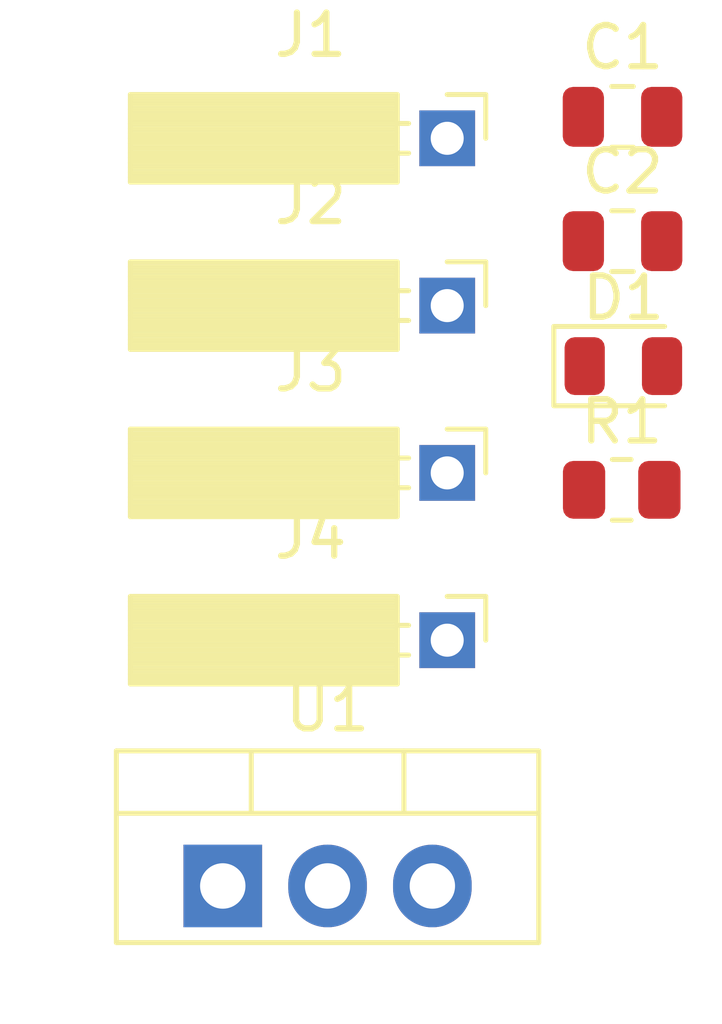
<source format=kicad_pcb>
(kicad_pcb (version 20240108) (generator "pcbnew") (generator_version "8.0")
  (layers (0 "F.Cu" signal) (31 "B.Cu" signal) (34 "B.Paste" user) (35 "F.Paste" user) (36 "B.SilkS" user "B.Silkscreen") (37 "F.SilkS" user "F.Silkscreen") (38 "B.Mask" user) (39 "F.Mask" user) (44 "Edge.Cuts" user))
  (net 0 "")
  (net 1 "GND")
  (net 4 "9V")
  (net 5 "5V")
  (footprint "Connector_PinSocket_2.00mm:PinSocket_1x01_P2.00mm_Horizontal" (layer "F.Cu") (at 145.86 108.95)
    (property "Reference" "J2" (at -3.31 -2.5 0) (layer "F.SilkS"))
    (property "Value" "Conn_01x01_Socket")
    (fp_line (start -7.68 -1.06) (end -7.68 1.06) (stroke (width 0.12)) (layer "F.SilkS"))
    (fp_line (start -7.68 -1.06) (end -1.21 -1.06) (stroke (width 0.12)) (layer "F.SilkS"))
    (fp_line (start -7.68 -0.94) (end -1.21 -0.94) (stroke (width 0.12)) (layer "F.SilkS"))
    (fp_line (start -7.68 -0.822353) (end -1.21 -0.822353) (stroke (width 0.12)) (layer "F.SilkS"))
    (fp_line (start -7.68 -0.704706) (end -1.21 -0.704706) (stroke (width 0.12)) (layer "F.SilkS"))
    (fp_line (start -7.68 -0.587059) (end -1.21 -0.587059) (stroke (width 0.12)) (layer "F.SilkS"))
    (fp_line (start -7.68 -0.469412) (end -1.21 -0.469412) (stroke (width 0.12)) (layer "F.SilkS"))
    (fp_line (start -7.68 -0.351765) (end -1.21 -0.351765) (stroke (width 0.12)) (layer "F.SilkS"))
    (fp_line (start -7.68 -0.234118) (end -1.21 -0.234118) (stroke (width 0.12)) (layer "F.SilkS"))
    (fp_line (start -7.68 -0.116471) (end -1.21 -0.116471) (stroke (width 0.12)) (layer "F.SilkS"))
    (fp_line (start -7.68 0.001176) (end -1.21 0.001176) (stroke (width 0.12)) (layer "F.SilkS"))
    (fp_line (start -7.68 0.118823) (end -1.21 0.118823) (stroke (width 0.12)) (layer "F.SilkS"))
    (fp_line (start -7.68 0.23647) (end -1.21 0.23647) (stroke (width 0.12)) (layer "F.SilkS"))
    (fp_line (start -7.68 0.354117) (end -1.21 0.354117) (stroke (width 0.12)) (layer "F.SilkS"))
    (fp_line (start -7.68 0.471764) (end -1.21 0.471764) (stroke (width 0.12)) (layer "F.SilkS"))
    (fp_line (start -7.68 0.589411) (end -1.21 0.589411) (stroke (width 0.12)) (layer "F.SilkS"))
    (fp_line (start -7.68 0.707058) (end -1.21 0.707058) (stroke (width 0.12)) (layer "F.SilkS"))
    (fp_line (start -7.68 0.824705) (end -1.21 0.824705) (stroke (width 0.12)) (layer "F.SilkS"))
    (fp_line (start -7.68 0.942352) (end -1.21 0.942352) (stroke (width 0.12)) (layer "F.SilkS"))
    (fp_line (start -7.68 1.06) (end -1.21 1.06) (stroke (width 0.12)) (layer "F.SilkS"))
    (fp_line (start -1.21 -1.06) (end -1.21 1.06) (stroke (width 0.12)) (layer "F.SilkS"))
    (fp_line (start -1.21 -0.36) (end -0.935 -0.36) (stroke (width 0.12)) (layer "F.SilkS"))
    (fp_line (start -1.21 0.36) (end -0.935 0.36) (stroke (width 0.12)) (layer "F.SilkS"))
    (fp_line (start 0 -1.06) (end 0.935 -1.06) (stroke (width 0.12)) (layer "F.SilkS"))
    (fp_line (start 0.935 -1.06) (end 0.935 0) (stroke (width 0.12)) (layer "F.SilkS"))
    (pad "1" thru_hole rect (at 0 0) (size 1.35 1.35) (drill 0.8) (layers "*.Cu" "*.Mask") (net 1 "GND"))
  )
  (footprint "Package_TO_SOT_THT:TO-220-3_Vertical" (layer "F.Cu") (at 140.42 123)
    (property "Reference" "U1" (at 2.54 -4.27 0) (layer "F.SilkS"))
    (property "Value" "L7805")
    (fp_line (start -2.58 -3.27) (end -2.58 1.371) (stroke (width 0.12)) (layer "F.SilkS"))
    (fp_line (start -2.58 -3.27) (end 7.66 -3.27) (stroke (width 0.12)) (layer "F.SilkS"))
    (fp_line (start -2.58 -1.76) (end 7.66 -1.76) (stroke (width 0.12)) (layer "F.SilkS"))
    (fp_line (start -2.58 1.371) (end 7.66 1.371) (stroke (width 0.12)) (layer "F.SilkS"))
    (fp_line (start 0.69 -3.27) (end 0.69 -1.76) (stroke (width 0.12)) (layer "F.SilkS"))
    (fp_line (start 4.391 -3.27) (end 4.391 -1.76) (stroke (width 0.12)) (layer "F.SilkS"))
    (fp_line (start 7.66 -3.27) (end 7.66 1.371) (stroke (width 0.12)) (layer "F.SilkS"))
    (pad "1" thru_hole rect (at 0 0) (size 1.905 2) (drill 1.1) (layers "*.Cu" "*.Mask") (net 4 "9V"))
    (pad "2" thru_hole oval (at 2.54 0) (size 1.905 2) (drill 1.1) (layers "*.Cu" "*.Mask") (net 1 "GND"))
    (pad "3" thru_hole oval (at 5.08 0) (size 1.905 2) (drill 1.1) (layers "*.Cu" "*.Mask") (net 5 "5V"))
  )
  (footprint "Connector_PinSocket_2.00mm:PinSocket_1x01_P2.00mm_Horizontal" (layer "F.Cu") (at 145.86 104.9)
    (property "Reference" "J1" (at -3.31 -2.5 0) (layer "F.SilkS"))
    (property "Value" "Conn_01x01_Socket")
    (fp_line (start -7.68 -1.06) (end -7.68 1.06) (stroke (width 0.12)) (layer "F.SilkS"))
    (fp_line (start -7.68 -1.06) (end -1.21 -1.06) (stroke (width 0.12)) (layer "F.SilkS"))
    (fp_line (start -7.68 -0.94) (end -1.21 -0.94) (stroke (width 0.12)) (layer "F.SilkS"))
    (fp_line (start -7.68 -0.822353) (end -1.21 -0.822353) (stroke (width 0.12)) (layer "F.SilkS"))
    (fp_line (start -7.68 -0.704706) (end -1.21 -0.704706) (stroke (width 0.12)) (layer "F.SilkS"))
    (fp_line (start -7.68 -0.587059) (end -1.21 -0.587059) (stroke (width 0.12)) (layer "F.SilkS"))
    (fp_line (start -7.68 -0.469412) (end -1.21 -0.469412) (stroke (width 0.12)) (layer "F.SilkS"))
    (fp_line (start -7.68 -0.351765) (end -1.21 -0.351765) (stroke (width 0.12)) (layer "F.SilkS"))
    (fp_line (start -7.68 -0.234118) (end -1.21 -0.234118) (stroke (width 0.12)) (layer "F.SilkS"))
    (fp_line (start -7.68 -0.116471) (end -1.21 -0.116471) (stroke (width 0.12)) (layer "F.SilkS"))
    (fp_line (start -7.68 0.001176) (end -1.21 0.001176) (stroke (width 0.12)) (layer "F.SilkS"))
    (fp_line (start -7.68 0.118823) (end -1.21 0.118823) (stroke (width 0.12)) (layer "F.SilkS"))
    (fp_line (start -7.68 0.23647) (end -1.21 0.23647) (stroke (width 0.12)) (layer "F.SilkS"))
    (fp_line (start -7.68 0.354117) (end -1.21 0.354117) (stroke (width 0.12)) (layer "F.SilkS"))
    (fp_line (start -7.68 0.471764) (end -1.21 0.471764) (stroke (width 0.12)) (layer "F.SilkS"))
    (fp_line (start -7.68 0.589411) (end -1.21 0.589411) (stroke (width 0.12)) (layer "F.SilkS"))
    (fp_line (start -7.68 0.707058) (end -1.21 0.707058) (stroke (width 0.12)) (layer "F.SilkS"))
    (fp_line (start -7.68 0.824705) (end -1.21 0.824705) (stroke (width 0.12)) (layer "F.SilkS"))
    (fp_line (start -7.68 0.942352) (end -1.21 0.942352) (stroke (width 0.12)) (layer "F.SilkS"))
    (fp_line (start -7.68 1.06) (end -1.21 1.06) (stroke (width 0.12)) (layer "F.SilkS"))
    (fp_line (start -1.21 -1.06) (end -1.21 1.06) (stroke (width 0.12)) (layer "F.SilkS"))
    (fp_line (start -1.21 -0.36) (end -0.935 -0.36) (stroke (width 0.12)) (layer "F.SilkS"))
    (fp_line (start -1.21 0.36) (end -0.935 0.36) (stroke (width 0.12)) (layer "F.SilkS"))
    (fp_line (start 0 -1.06) (end 0.935 -1.06) (stroke (width 0.12)) (layer "F.SilkS"))
    (fp_line (start 0.935 -1.06) (end 0.935 0) (stroke (width 0.12)) (layer "F.SilkS"))
    (pad "1" thru_hole rect (at 0 0) (size 1.35 1.35) (drill 0.8) (layers "*.Cu" "*.Mask") (net 4 "9V"))
  )
  (footprint "Capacitor_SMD:C_0805_2012Metric" (layer "F.Cu") (at 150.11 104.38)
    (property "Reference" "C1" (at 0 -1.68 0) (layer "F.SilkS"))
    (property "Value" "100nF")
    (fp_line (start -0.261252 -0.735) (end 0.261252 -0.735) (stroke (width 0.12)) (layer "F.SilkS"))
    (fp_line (start -0.261252 0.735) (end 0.261252 0.735) (stroke (width 0.12)) (layer "F.SilkS"))
    (pad "1" smd roundrect (at -0.95 0) (size 1 1.45) (layers "F.Cu" "F.Paste" "F.Mask") (net 4 "9V"))
    (pad "2" smd roundrect (at 0.95 0) (size 1 1.45) (layers "F.Cu" "F.Paste" "F.Mask") (net 1 "GND"))
  )
  (footprint "Capacitor_SMD:C_0805_2012Metric" (layer "F.Cu") (at 150.11 107.39)
    (property "Reference" "C2" (at 0 -1.68 0) (layer "F.SilkS"))
    (property "Value" "100nF")
    (fp_line (start -0.261252 -0.735) (end 0.261252 -0.735) (stroke (width 0.12)) (layer "F.SilkS"))
    (fp_line (start -0.261252 0.735) (end 0.261252 0.735) (stroke (width 0.12)) (layer "F.SilkS"))
    (pad "1" smd roundrect (at -0.95 0) (size 1 1.45) (layers "F.Cu" "F.Paste" "F.Mask") (net 5 "5V"))
    (pad "2" smd roundrect (at 0.95 0) (size 1 1.45) (layers "F.Cu" "F.Paste" "F.Mask") (net 1 "GND"))
  )
  (footprint "LED_SMD:LED_0805_2012Metric" (layer "F.Cu") (at 150.13 110.415)
    (property "Reference" "D1" (at 0 -1.65 0) (layer "F.SilkS"))
    (property "Value" "LED")
    (fp_line (start -1.685 -0.96) (end -1.685 0.96) (stroke (width 0.12)) (layer "F.SilkS"))
    (fp_line (start -1.685 0.96) (end 1 0.96) (stroke (width 0.12)) (layer "F.SilkS"))
    (fp_line (start 1 -0.96) (end -1.685 -0.96) (stroke (width 0.12)) (layer "F.SilkS"))
    (pad "1" smd roundrect (at -0.9375 0) (size 0.975 1.4) (layers "F.Cu" "F.Paste" "F.Mask") (net 1 "GND"))
    (pad "2" smd roundrect (at 0.9375 0) (size 0.975 1.4) (layers "F.Cu" "F.Paste" "F.Mask"))
  )
  (footprint "Connector_PinSocket_2.00mm:PinSocket_1x01_P2.00mm_Horizontal" (layer "F.Cu") (at 145.86 113)
    (property "Reference" "J3" (at -3.31 -2.5 0) (layer "F.SilkS"))
    (property "Value" "Conn_01x01_Socket")
    (fp_line (start -7.68 -1.06) (end -7.68 1.06) (stroke (width 0.12)) (layer "F.SilkS"))
    (fp_line (start -7.68 -1.06) (end -1.21 -1.06) (stroke (width 0.12)) (layer "F.SilkS"))
    (fp_line (start -7.68 -0.94) (end -1.21 -0.94) (stroke (width 0.12)) (layer "F.SilkS"))
    (fp_line (start -7.68 -0.822353) (end -1.21 -0.822353) (stroke (width 0.12)) (layer "F.SilkS"))
    (fp_line (start -7.68 -0.704706) (end -1.21 -0.704706) (stroke (width 0.12)) (layer "F.SilkS"))
    (fp_line (start -7.68 -0.587059) (end -1.21 -0.587059) (stroke (width 0.12)) (layer "F.SilkS"))
    (fp_line (start -7.68 -0.469412) (end -1.21 -0.469412) (stroke (width 0.12)) (layer "F.SilkS"))
    (fp_line (start -7.68 -0.351765) (end -1.21 -0.351765) (stroke (width 0.12)) (layer "F.SilkS"))
    (fp_line (start -7.68 -0.234118) (end -1.21 -0.234118) (stroke (width 0.12)) (layer "F.SilkS"))
    (fp_line (start -7.68 -0.116471) (end -1.21 -0.116471) (stroke (width 0.12)) (layer "F.SilkS"))
    (fp_line (start -7.68 0.001176) (end -1.21 0.001176) (stroke (width 0.12)) (layer "F.SilkS"))
    (fp_line (start -7.68 0.118823) (end -1.21 0.118823) (stroke (width 0.12)) (layer "F.SilkS"))
    (fp_line (start -7.68 0.23647) (end -1.21 0.23647) (stroke (width 0.12)) (layer "F.SilkS"))
    (fp_line (start -7.68 0.354117) (end -1.21 0.354117) (stroke (width 0.12)) (layer "F.SilkS"))
    (fp_line (start -7.68 0.471764) (end -1.21 0.471764) (stroke (width 0.12)) (layer "F.SilkS"))
    (fp_line (start -7.68 0.589411) (end -1.21 0.589411) (stroke (width 0.12)) (layer "F.SilkS"))
    (fp_line (start -7.68 0.707058) (end -1.21 0.707058) (stroke (width 0.12)) (layer "F.SilkS"))
    (fp_line (start -7.68 0.824705) (end -1.21 0.824705) (stroke (width 0.12)) (layer "F.SilkS"))
    (fp_line (start -7.68 0.942352) (end -1.21 0.942352) (stroke (width 0.12)) (layer "F.SilkS"))
    (fp_line (start -7.68 1.06) (end -1.21 1.06) (stroke (width 0.12)) (layer "F.SilkS"))
    (fp_line (start -1.21 -1.06) (end -1.21 1.06) (stroke (width 0.12)) (layer "F.SilkS"))
    (fp_line (start -1.21 -0.36) (end -0.935 -0.36) (stroke (width 0.12)) (layer "F.SilkS"))
    (fp_line (start -1.21 0.36) (end -0.935 0.36) (stroke (width 0.12)) (layer "F.SilkS"))
    (fp_line (start 0 -1.06) (end 0.935 -1.06) (stroke (width 0.12)) (layer "F.SilkS"))
    (fp_line (start 0.935 -1.06) (end 0.935 0) (stroke (width 0.12)) (layer "F.SilkS"))
    (pad "1" thru_hole rect (at 0 0) (size 1.35 1.35) (drill 0.8) (layers "*.Cu" "*.Mask") (net 5 "5V"))
  )
  (footprint "Resistor_SMD:R_0805_2012Metric" (layer "F.Cu") (at 150.09 113.41)
    (property "Reference" "R1" (at 0 -1.65 0) (layer "F.SilkS"))
    (property "Value" "R")
    (fp_line (start -0.227064 -0.735) (end 0.227064 -0.735) (stroke (width 0.12)) (layer "F.SilkS"))
    (fp_line (start -0.227064 0.735) (end 0.227064 0.735) (stroke (width 0.12)) (layer "F.SilkS"))
    (pad "1" smd roundrect (at -0.9125 0) (size 1.025 1.4) (layers "F.Cu" "F.Paste" "F.Mask") (roundrect_rratio 0.243902) (net 5 "5V"))
    (pad "2" smd roundrect (at 0.9125 0) (size 1.025 1.4) (layers "F.Cu" "F.Paste" "F.Mask") (roundrect_rratio 0.243902))
  )
  (footprint "Connector_PinSocket_2.00mm:PinSocket_1x01_P2.00mm_Horizontal" (layer "F.Cu") (at 145.86 117.05)
    (property "Reference" "J4" (at -3.31 -2.5 0) (layer "F.SilkS"))
    (property "Value" "Conn_01x01_Socket")
    (fp_line (start -7.68 -1.06) (end -7.68 1.06) (stroke (width 0.12)) (layer "F.SilkS"))
    (fp_line (start -7.68 -1.06) (end -1.21 -1.06) (stroke (width 0.12)) (layer "F.SilkS"))
    (fp_line (start -7.68 -0.94) (end -1.21 -0.94) (stroke (width 0.12)) (layer "F.SilkS"))
    (fp_line (start -7.68 -0.822353) (end -1.21 -0.822353) (stroke (width 0.12)) (layer "F.SilkS"))
    (fp_line (start -7.68 -0.704706) (end -1.21 -0.704706) (stroke (width 0.12)) (layer "F.SilkS"))
    (fp_line (start -7.68 -0.587059) (end -1.21 -0.587059) (stroke (width 0.12)) (layer "F.SilkS"))
    (fp_line (start -7.68 -0.469412) (end -1.21 -0.469412) (stroke (width 0.12)) (layer "F.SilkS"))
    (fp_line (start -7.68 -0.351765) (end -1.21 -0.351765) (stroke (width 0.12)) (layer "F.SilkS"))
    (fp_line (start -7.68 -0.234118) (end -1.21 -0.234118) (stroke (width 0.12)) (layer "F.SilkS"))
    (fp_line (start -7.68 -0.116471) (end -1.21 -0.116471) (stroke (width 0.12)) (layer "F.SilkS"))
    (fp_line (start -7.68 0.001176) (end -1.21 0.001176) (stroke (width 0.12)) (layer "F.SilkS"))
    (fp_line (start -7.68 0.118823) (end -1.21 0.118823) (stroke (width 0.12)) (layer "F.SilkS"))
    (fp_line (start -7.68 0.23647) (end -1.21 0.23647) (stroke (width 0.12)) (layer "F.SilkS"))
    (fp_line (start -7.68 0.354117) (end -1.21 0.354117) (stroke (width 0.12)) (layer "F.SilkS"))
    (fp_line (start -7.68 0.471764) (end -1.21 0.471764) (stroke (width 0.12)) (layer "F.SilkS"))
    (fp_line (start -7.68 0.589411) (end -1.21 0.589411) (stroke (width 0.12)) (layer "F.SilkS"))
    (fp_line (start -7.68 0.707058) (end -1.21 0.707058) (stroke (width 0.12)) (layer "F.SilkS"))
    (fp_line (start -7.68 0.824705) (end -1.21 0.824705) (stroke (width 0.12)) (layer "F.SilkS"))
    (fp_line (start -7.68 0.942352) (end -1.21 0.942352) (stroke (width 0.12)) (layer "F.SilkS"))
    (fp_line (start -7.68 1.06) (end -1.21 1.06) (stroke (width 0.12)) (layer "F.SilkS"))
    (fp_line (start -1.21 -1.06) (end -1.21 1.06) (stroke (width 0.12)) (layer "F.SilkS"))
    (fp_line (start -1.21 -0.36) (end -0.935 -0.36) (stroke (width 0.12)) (layer "F.SilkS"))
    (fp_line (start -1.21 0.36) (end -0.935 0.36) (stroke (width 0.12)) (layer "F.SilkS"))
    (fp_line (start 0 -1.06) (end 0.935 -1.06) (stroke (width 0.12)) (layer "F.SilkS"))
    (fp_line (start 0.935 -1.06) (end 0.935 0) (stroke (width 0.12)) (layer "F.SilkS"))
    (pad "1" thru_hole rect (at 0 0) (size 1.35 1.35) (drill 0.8) (layers "*.Cu" "*.Mask") (net 1 "GND"))
  )
)
</source>
